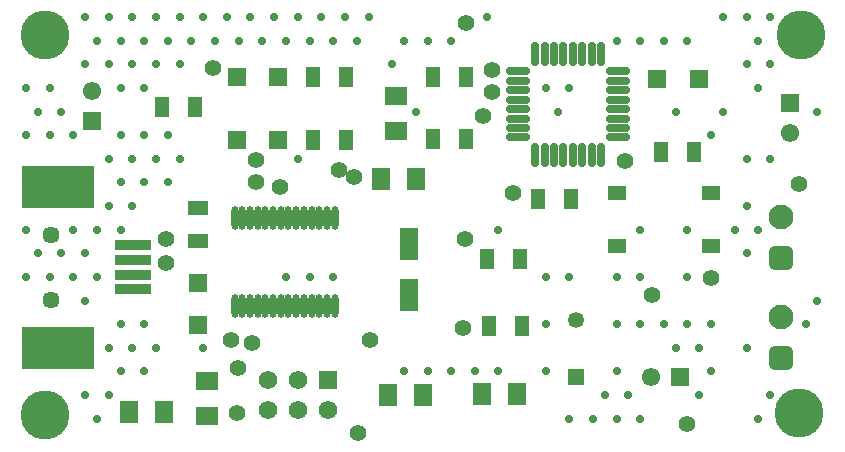
<source format=gts>
G04*
G04 #@! TF.GenerationSoftware,Altium Limited,Altium Designer,23.10.1 (27)*
G04*
G04 Layer_Color=8388736*
%FSLAX44Y44*%
%MOMM*%
G71*
G04*
G04 #@! TF.SameCoordinates,64171CFE-22FE-4E7E-97F9-8EA8A996B151*
G04*
G04*
G04 #@! TF.FilePolarity,Negative*
G04*
G01*
G75*
%ADD14R,1.5000X1.5000*%
%ADD15R,1.8582X1.5057*%
%ADD16R,1.5057X1.8582*%
%ADD20R,1.7582X1.2557*%
%ADD21R,1.2557X1.7582*%
%ADD22R,1.5500X1.3000*%
%ADD25R,1.6000X2.8000*%
%ADD26R,1.5000X1.5000*%
%ADD27R,3.1500X0.8500*%
%ADD28R,6.1900X3.5500*%
%ADD29O,0.6000X2.0000*%
%ADD30O,0.7500X2.1000*%
%ADD31O,2.1000X0.7500*%
%ADD32C,1.5700*%
%ADD33R,1.5700X1.5700*%
%ADD34C,1.4500*%
%ADD35C,2.1000*%
G04:AMPARAMS|DCode=36|XSize=2.1mm|YSize=2.1mm|CornerRadius=0.5625mm|HoleSize=0mm|Usage=FLASHONLY|Rotation=90.000|XOffset=0mm|YOffset=0mm|HoleType=Round|Shape=RoundedRectangle|*
%AMROUNDEDRECTD36*
21,1,2.1000,0.9750,0,0,90.0*
21,1,0.9750,2.1000,0,0,90.0*
1,1,1.1250,0.4875,0.4875*
1,1,1.1250,0.4875,-0.4875*
1,1,1.1250,-0.4875,-0.4875*
1,1,1.1250,-0.4875,0.4875*
%
%ADD36ROUNDEDRECTD36*%
%ADD37R,1.5500X1.5500*%
%ADD38C,1.5500*%
%ADD39R,1.5500X1.5500*%
%ADD40C,1.3500*%
%ADD41R,1.3500X1.3500*%
%ADD42C,4.1500*%
%ADD43C,0.7000*%
%ADD44C,1.4200*%
D14*
X415290Y394690D02*
D03*
Y359690D02*
D03*
D15*
X422910Y282418D02*
D03*
Y311942D02*
D03*
X582930Y523718D02*
D03*
Y553242D02*
D03*
D16*
X357348Y285750D02*
D03*
X386872D02*
D03*
X576265Y299720D02*
D03*
X605790D02*
D03*
X570708Y482600D02*
D03*
X600232D02*
D03*
X655798Y300990D02*
D03*
X685322D02*
D03*
D20*
X415290Y430488D02*
D03*
Y458512D02*
D03*
D21*
X703538Y466090D02*
D03*
X731562D02*
D03*
X412835Y543560D02*
D03*
X384810D02*
D03*
X689652Y358140D02*
D03*
X661628D02*
D03*
X688425Y415290D02*
D03*
X660400D02*
D03*
X835702Y505460D02*
D03*
X807678D02*
D03*
X642662Y516890D02*
D03*
X614638D02*
D03*
X642662Y568960D02*
D03*
X614638D02*
D03*
X541062Y515620D02*
D03*
X513038D02*
D03*
X541062Y568960D02*
D03*
X513038D02*
D03*
D22*
X850010Y425810D02*
D03*
X770510D02*
D03*
X850010Y470810D02*
D03*
X770510D02*
D03*
D25*
X594360Y427900D02*
D03*
Y384900D02*
D03*
D26*
X804470Y567690D02*
D03*
X839470D02*
D03*
X483590Y515620D02*
D03*
X448590D02*
D03*
X483590Y568960D02*
D03*
X448590D02*
D03*
D27*
X360830Y414360D02*
D03*
Y401860D02*
D03*
Y426860D02*
D03*
Y389360D02*
D03*
D28*
X296830Y340110D02*
D03*
Y476110D02*
D03*
D29*
X531200Y450000D02*
D03*
X524700D02*
D03*
X518200D02*
D03*
X511700D02*
D03*
X505200D02*
D03*
X498700D02*
D03*
X492200D02*
D03*
X485700D02*
D03*
X479200D02*
D03*
X472700D02*
D03*
X466200D02*
D03*
X459700D02*
D03*
X453200D02*
D03*
X446700D02*
D03*
X531200Y375500D02*
D03*
X524700D02*
D03*
X518200D02*
D03*
X511700D02*
D03*
X505200D02*
D03*
X498700D02*
D03*
X492200D02*
D03*
X485700D02*
D03*
X479200D02*
D03*
X472700D02*
D03*
X466200D02*
D03*
X459700D02*
D03*
X453200D02*
D03*
X446700D02*
D03*
D30*
X700980Y503600D02*
D03*
X708980D02*
D03*
X716980D02*
D03*
X724980D02*
D03*
X732980D02*
D03*
X740980D02*
D03*
X748980D02*
D03*
X756980D02*
D03*
Y588600D02*
D03*
X748980D02*
D03*
X740980D02*
D03*
X732980D02*
D03*
X724980D02*
D03*
X716980D02*
D03*
X708980D02*
D03*
X700980D02*
D03*
D31*
X771480Y518100D02*
D03*
Y526100D02*
D03*
Y534100D02*
D03*
Y542100D02*
D03*
Y550100D02*
D03*
Y558100D02*
D03*
Y566100D02*
D03*
Y574100D02*
D03*
X686480D02*
D03*
Y566100D02*
D03*
Y558100D02*
D03*
Y550100D02*
D03*
Y542100D02*
D03*
Y534100D02*
D03*
Y526100D02*
D03*
Y518100D02*
D03*
D32*
X474980Y287020D02*
D03*
X500380D02*
D03*
X525780D02*
D03*
X474980Y312420D02*
D03*
X500380D02*
D03*
D33*
X525780D02*
D03*
D34*
X290830Y435610D02*
D03*
Y380610D02*
D03*
D35*
X909320Y450850D02*
D03*
Y366470D02*
D03*
D36*
Y415850D02*
D03*
Y331470D02*
D03*
D37*
X917110Y547170D02*
D03*
X326220Y532330D02*
D03*
D38*
X917110Y522170D02*
D03*
X798830Y314960D02*
D03*
X326220Y557330D02*
D03*
D39*
X823830Y314960D02*
D03*
D40*
X735330Y363760D02*
D03*
D41*
Y314960D02*
D03*
D42*
X285750Y283210D02*
D03*
Y604520D02*
D03*
X924560Y284480D02*
D03*
X925830Y604520D02*
D03*
D43*
X940001Y540000D02*
D03*
Y380000D02*
D03*
X930001Y360000D02*
D03*
X900001Y620000D02*
D03*
Y580000D02*
D03*
Y500000D02*
D03*
Y300000D02*
D03*
X880001Y620000D02*
D03*
X890001Y600000D02*
D03*
X880001Y580000D02*
D03*
X890001Y560000D02*
D03*
X880001Y500000D02*
D03*
Y460000D02*
D03*
X890001Y440000D02*
D03*
X880001Y420000D02*
D03*
Y340000D02*
D03*
X890001Y280000D02*
D03*
X860001Y620000D02*
D03*
Y540000D02*
D03*
X870001Y440000D02*
D03*
X850001Y520000D02*
D03*
Y360000D02*
D03*
X840001Y340000D02*
D03*
X850001Y320000D02*
D03*
X840001Y300000D02*
D03*
X830000Y600000D02*
D03*
X820000Y540000D02*
D03*
X830000Y440000D02*
D03*
Y400000D02*
D03*
Y360000D02*
D03*
X820000Y340000D02*
D03*
X810000Y600000D02*
D03*
Y360000D02*
D03*
X790000Y600000D02*
D03*
Y440000D02*
D03*
Y400000D02*
D03*
Y360000D02*
D03*
X780000Y300000D02*
D03*
X790000Y280000D02*
D03*
X770000Y600000D02*
D03*
Y400000D02*
D03*
Y360000D02*
D03*
Y320000D02*
D03*
X760000Y300000D02*
D03*
X770000Y280000D02*
D03*
X750000D02*
D03*
X730000Y560000D02*
D03*
X720000Y540000D02*
D03*
X730000Y400000D02*
D03*
Y280000D02*
D03*
X710000Y560000D02*
D03*
Y400000D02*
D03*
Y360000D02*
D03*
Y320000D02*
D03*
X660000Y620000D02*
D03*
X670000Y440000D02*
D03*
Y320000D02*
D03*
X650000D02*
D03*
X630000Y600000D02*
D03*
Y320000D02*
D03*
X610000Y600000D02*
D03*
X600000Y540000D02*
D03*
X610000Y320000D02*
D03*
X590000Y600000D02*
D03*
X580000Y580000D02*
D03*
X590000Y320000D02*
D03*
X560000Y620000D02*
D03*
X540000D02*
D03*
X550000Y600000D02*
D03*
X520000Y620000D02*
D03*
X530000Y600000D02*
D03*
Y400000D02*
D03*
X500000Y620000D02*
D03*
X510000Y600000D02*
D03*
X500000Y500000D02*
D03*
X510000Y400000D02*
D03*
X480000Y620000D02*
D03*
X490000Y600000D02*
D03*
Y400000D02*
D03*
X460000Y620000D02*
D03*
X470000Y600000D02*
D03*
X440000Y620000D02*
D03*
X450000Y600000D02*
D03*
X420000Y620000D02*
D03*
X430000Y600000D02*
D03*
X420000Y340000D02*
D03*
X400000Y620000D02*
D03*
X410000Y600000D02*
D03*
X400000Y580000D02*
D03*
Y500000D02*
D03*
X380000Y620000D02*
D03*
X390000Y600000D02*
D03*
X380000Y580000D02*
D03*
X390000Y520000D02*
D03*
X380000Y500000D02*
D03*
X390000Y480000D02*
D03*
X380000Y340000D02*
D03*
X360000Y620000D02*
D03*
X370000Y600000D02*
D03*
X360000Y580000D02*
D03*
X370000Y560000D02*
D03*
Y520000D02*
D03*
X360000Y500000D02*
D03*
X370000Y480000D02*
D03*
X360000Y460000D02*
D03*
X370000Y360000D02*
D03*
X360000Y340000D02*
D03*
X370000Y320000D02*
D03*
X340000Y620000D02*
D03*
X350000Y600000D02*
D03*
X340000Y580000D02*
D03*
X350000Y560000D02*
D03*
Y520000D02*
D03*
X340000Y500000D02*
D03*
X350000Y480000D02*
D03*
X340000Y460000D02*
D03*
X350000Y440000D02*
D03*
Y360000D02*
D03*
X340000Y340000D02*
D03*
X350000Y320000D02*
D03*
X340000Y300000D02*
D03*
X320000Y620000D02*
D03*
X330000Y600000D02*
D03*
X320000Y580000D02*
D03*
X330000Y440000D02*
D03*
X320000Y420000D02*
D03*
X330000Y400000D02*
D03*
X320000Y380000D02*
D03*
Y300000D02*
D03*
X330000Y280000D02*
D03*
X300000Y540000D02*
D03*
X310000Y520000D02*
D03*
Y440000D02*
D03*
X300000Y420000D02*
D03*
X310000Y400000D02*
D03*
X290000Y560000D02*
D03*
X280000Y540000D02*
D03*
X290000Y520000D02*
D03*
X280000Y420000D02*
D03*
X290000Y400000D02*
D03*
X270000Y560000D02*
D03*
Y520000D02*
D03*
Y440000D02*
D03*
Y400000D02*
D03*
D44*
X464820Y480060D02*
D03*
X485140Y476250D02*
D03*
X547436Y484546D02*
D03*
X534670Y490220D02*
D03*
X464820Y499110D02*
D03*
X461010Y344170D02*
D03*
X443230Y346710D02*
D03*
X449580Y322580D02*
D03*
X551180Y267970D02*
D03*
X561340Y346710D02*
D03*
X448310Y284480D02*
D03*
X924560Y478790D02*
D03*
X829310Y275590D02*
D03*
X777240Y497840D02*
D03*
X642620Y614680D02*
D03*
X640080Y356870D02*
D03*
X681990Y471170D02*
D03*
X641350Y431800D02*
D03*
X849630Y398780D02*
D03*
X664210Y556260D02*
D03*
X800100Y384810D02*
D03*
X656590Y535940D02*
D03*
X664210Y575310D02*
D03*
X427990Y576580D02*
D03*
X388620Y431800D02*
D03*
Y411480D02*
D03*
M02*

</source>
